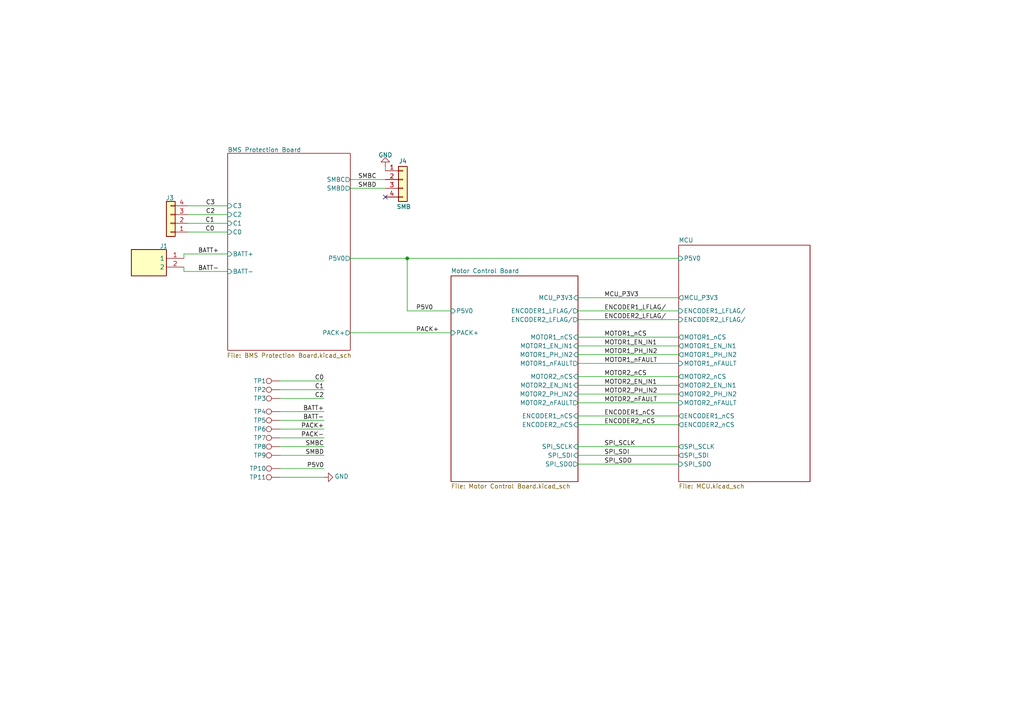
<source format=kicad_sch>
(kicad_sch (version 20250114) (generator "eeschema") (generator_version "9.0")
  (paper "A4")
  (lib_symbols
    (symbol "796739-2:796739-2"
      (property "Reference" "J" (at 16.51 7.62 0))
      (property "Value" "796739-2" (at 16.51 5.08 0))
      (symbol "796739-2_1_1"
        (rectangle (start 5.08 2.54) (end 15.24 -5.08) (stroke (width 0.254)) (fill (type background)))
        (pin passive line (at 0 0 0) (length 5.08) (name "1") (number "1"))
        (pin passive line (at 0 -2.54 0) (length 5.08) (name "2") (number "2"))
      )
    )
    (symbol "Connector:TestPoint" (pin_numbers (hide yes)) (pin_names (offset 0.762) (hide yes))
      (property "Reference" "TP" (at 0 6.858 0))
      (property "Value" "TestPoint" (at 0 5.08 0))
      (symbol "TestPoint_0_1"
        (circle (center 0 3.302) (radius 0.762))
      )
      (symbol "TestPoint_1_1"
        (pin passive line (at 0 0 90) (length 2.54) (name "1") (number "1"))
      )
    )
    (symbol "Connector_Generic:Conn_01x04" (pin_names (offset 1.016) (hide yes))
      (property "Reference" "J" (at 0 5.08 0))
      (property "Value" "Conn_01x04" (at 0 -7.62 0))
      (symbol "Conn_01x04_1_1"
        (rectangle (start -1.27 3.81) (end 1.27 -6.35) (stroke (width 0.254)) (fill (type background)))
        (rectangle (start -1.27 2.667) (end 0 2.413) (stroke (width 0.1524)))
        (rectangle (start -1.27 0.127) (end 0 -0.127) (stroke (width 0.1524)))
        (rectangle (start -1.27 -2.413) (end 0 -2.667) (stroke (width 0.1524)))
        (rectangle (start -1.27 -4.953) (end 0 -5.207) (stroke (width 0.1524)))
        (pin passive line (at -5.08 2.54 0) (length 3.81) (name "Pin_1") (number "1"))
        (pin passive line (at -5.08 0 0) (length 3.81) (name "Pin_2") (number "2"))
        (pin passive line (at -5.08 -2.54 0) (length 3.81) (name "Pin_3") (number "3"))
        (pin passive line (at -5.08 -5.08 0) (length 3.81) (name "Pin_4") (number "4"))
      )
    )
    (symbol "power:GND" (power) (pin_numbers (hide yes)) (pin_names (offset 0) (hide yes))
      (property "Value" "GND" (at 0 -3.81 0))
      (symbol "GND_0_1"
        (polyline (pts (xy 0 0) (xy 0 -1.27) (xy 1.27 -1.27) (xy 0 -2.54) (xy -1.27 -1.27) (xy 0 -1.27)))
      )
      (symbol "GND_1_1"
        (pin power_in line (at 0 0 270) (length 0) (name "~") (number "1"))
      )
    )
  )
  (junction (at 118.11 74.93))
  (no_connect (at 111.76 57.15))
  (wire (pts (xy 81.28 110.49) (xy 93.98 110.49)))
  (wire (pts (xy 53.34 73.66) (xy 66.04 73.66)))
  (wire (pts (xy 81.28 115.57) (xy 93.98 115.57)))
  (wire (pts (xy 167.64 134.62) (xy 196.85 134.62)))
  (wire (pts (xy 53.34 73.66) (xy 53.34 74.93)))
  (wire (pts (xy 167.64 86.36) (xy 196.85 86.36)))
  (wire (pts (xy 81.28 121.92) (xy 93.98 121.92)))
  (wire (pts (xy 167.64 97.79) (xy 196.85 97.79)))
  (wire (pts (xy 167.64 102.87) (xy 196.85 102.87)))
  (wire (pts (xy 54.61 59.69) (xy 66.04 59.69)))
  (wire (pts (xy 101.6 96.52) (xy 130.81 96.52)))
  (wire (pts (xy 101.6 54.61) (xy 111.76 54.61)))
  (wire (pts (xy 118.11 90.17) (xy 130.81 90.17)))
  (wire (pts (xy 167.64 116.84) (xy 196.85 116.84)))
  (wire (pts (xy 167.64 114.3) (xy 196.85 114.3)))
  (wire (pts (xy 93.98 135.89) (xy 81.28 135.89)))
  (wire (pts (xy 167.64 100.33) (xy 196.85 100.33)))
  (wire (pts (xy 167.64 123.19) (xy 196.85 123.19)))
  (wire (pts (xy 167.64 92.71) (xy 196.85 92.71)))
  (wire (pts (xy 167.64 90.17) (xy 196.85 90.17)))
  (wire (pts (xy 93.98 138.43) (xy 81.28 138.43)))
  (wire (pts (xy 118.11 74.93) (xy 118.11 90.17)))
  (wire (pts (xy 167.64 105.41) (xy 196.85 105.41)))
  (wire (pts (xy 81.28 127) (xy 93.98 127)))
  (wire (pts (xy 167.64 111.76) (xy 196.85 111.76)))
  (wire (pts (xy 81.28 113.03) (xy 93.98 113.03)))
  (wire (pts (xy 101.6 52.07) (xy 111.76 52.07)))
  (wire (pts (xy 167.64 109.22) (xy 196.85 109.22)))
  (wire (pts (xy 118.11 74.93) (xy 196.85 74.93)))
  (wire (pts (xy 54.61 64.77) (xy 66.04 64.77)))
  (wire (pts (xy 111.76 48.26) (xy 111.76 49.53)))
  (wire (pts (xy 81.28 132.08) (xy 93.98 132.08)))
  (wire (pts (xy 81.28 124.46) (xy 93.98 124.46)))
  (wire (pts (xy 53.34 77.47) (xy 53.34 78.74)))
  (wire (pts (xy 53.34 78.74) (xy 66.04 78.74)))
  (wire (pts (xy 81.28 119.38) (xy 93.98 119.38)))
  (wire (pts (xy 54.61 62.23) (xy 66.04 62.23)))
  (wire (pts (xy 167.64 120.65) (xy 196.85 120.65)))
  (wire (pts (xy 54.61 67.31) (xy 66.04 67.31)))
  (wire (pts (xy 81.28 129.54) (xy 93.98 129.54)))
  (wire (pts (xy 167.64 129.54) (xy 196.85 129.54)))
  (wire (pts (xy 167.64 132.08) (xy 196.85 132.08)))
  (wire (pts (xy 101.6 74.93) (xy 118.11 74.93)))
  (label "MOTOR2_nCS" (at 175.26 109.22 0))
  (label "C1" (at 62.23 64.77 180))
  (label "BATT-" (at 63.5 78.74 180) (effects (font (thickness 0.1588))))
  (label "C2" (at 93.98 115.57 180))
  (label "MOTOR1_EN_IN1" (at 175.26 100.33 0))
  (label "BATT+" (at 63.5 73.66 180) (effects (font (thickness 0.1588))))
  (label "MOTOR2_PH_IN2" (at 175.26 114.3 0))
  (label "SPI_SDI" (at 175.26 132.08 0))
  (label "SMBD" (at 93.98 132.08 180))
  (label "MOTOR1_PH_IN2" (at 175.26 102.87 0))
  (label "C0" (at 93.98 110.49 180))
  (label "BATT+" (at 93.98 119.38 180) (effects (font (thickness 0.1588))))
  (label "SMBC" (at 109.22 52.07 180))
  (label "MOTOR1_nFAULT" (at 175.26 105.41 0))
  (label "SMBC" (at 93.98 129.54 180))
  (label "PACK+" (at 93.98 124.46 180) (effects (font (thickness 0.1588))))
  (label "MOTOR2_EN_IN1" (at 175.26 111.76 0))
  (label "C0" (at 62.23 67.31 180))
  (label "PACK-" (at 93.98 127 180) (effects (font (thickness 0.1588))))
  (label "SPI_SCLK" (at 175.26 129.54 0))
  (label "MOTOR1_nCS" (at 175.26 97.79 0))
  (label "SMBD" (at 109.22 54.61 180))
  (label "P5V0" (at 120.65 90.17 0))
  (label "ENCODER2_LFLAG{slash}" (at 175.26 92.71 0))
  (label "SPI_SDO" (at 175.26 134.62 0))
  (label "ENCODER2_nCS" (at 175.26 123.19 0))
  (label "P5V0" (at 93.98 135.89 180))
  (label "MCU_P3V3" (at 175.26 86.36 0))
  (label "C2" (at 59.69 62.23 0))
  (label "PACK+" (at 120.65 96.52 0))
  (label "ENCODER1_LFLAG{slash}" (at 175.26 90.17 0))
  (label "MOTOR2_nFAULT" (at 175.26 116.84 0))
  (label "C3" (at 59.69 59.69 0))
  (label "C1" (at 93.98 113.03 180))
  (label "BATT-" (at 93.98 121.92 180) (effects (font (thickness 0.1588))))
  (label "ENCODER1_nCS" (at 175.26 120.65 0))
  (symbol (lib_id "power:GND") (at 93.98 138.43 90) (unit 1)
    (property "Reference" "#PWR01" (effects (hide yes)))
    (property "Value" "GND" (at 97.028 138.176 90) (effects (justify right)))
    (property "Description" "Power symbol creates a global label with name \"GND\" , ground" (effects (hide yes)))
  )
  (symbol (lib_id "796739-2:796739-2") (at 53.34 74.93 0) (mirror y) (unit 1)
    (property "Reference" "J1" (at 47.498 71.374 0))
    (property "Value" "796739-2" (effects (hide yes)))
    (property "Footprint" "7967392" (effects (hide yes)))
    (property "Datasheet" "https://www.te.com/commerce/DocumentDelivery/DDEController?Action=srchrtrv&DocNm=1-1773458-1_EURO_STYLE_QRG&DocType=Data%20Sheet&DocLang=English&PartCntxt=796739-2&DocFormat=pdf" (effects (hide yes)))
    (property "Description" "Body Features: Product Orientation Vertical | Primary Product Color Green | Configuration Features: Wire Entry Angle 90 | Stacked Levels Without | Number of Positions 2 | Number of Rows 1 | Wire Entry Location Side | Contact Features: Contact Base Material Brass | Contact Current Rating (Max) 30 AMP | Contact Mating Area Plating Material Tin | Dimensions: Wire Size .05  5.26 MMSQ | Wire Size 30  10 AWG | Electrical Characteristics: Operating Voltage 600 VAC | Housing Features: Housing Material PA 66" (effects (hide yes)))
    (property "Height" "21.7" (effects (hide yes)))
    (property "Mouser Part Number" "571-796739-2" (effects (hide yes)))
    (property "Mouser Price/Stock" "https://www.mouser.co.uk/ProductDetail/TE-Connectivity/796739-2?qs=DUs9f6OUnucjHXAXMBymqQ%3D%3D" (effects (hide yes)))
    (property "Manufacturer_Name" "TE Connectivity" (effects (hide yes)))
    (property "Manufacturer_Part_Number" "796739-2" (effects (hide yes)))
  )
  (symbol (lib_id "Connector:TestPoint") (at 81.28 115.57 90) (unit 1)
    (property "Reference" "TP3" (at 77.216 115.57 90) (effects (justify left)))
    (property "Value" "TestPoint" (effects (hide yes)))
    (property "Description" "test point" (effects (hide yes)))
  )
  (symbol (lib_id "Connector:TestPoint") (at 81.28 129.54 90) (unit 1)
    (property "Reference" "TP8" (at 77.216 129.54 90) (effects (justify left)))
    (property "Value" "TestPoint" (effects (hide yes)))
    (property "Description" "test point" (effects (hide yes)))
  )
  (symbol (lib_id "Connector:TestPoint") (at 81.28 135.89 90) (unit 1)
    (property "Reference" "TP10" (at 77.216 135.89 90) (effects (justify left)))
    (property "Value" "TestPoint" (effects (hide yes)))
    (property "Description" "test point" (effects (hide yes)))
  )
  (symbol (lib_id "Connector:TestPoint") (at 81.28 119.38 90) (unit 1)
    (property "Reference" "TP4" (at 77.216 119.38 90) (effects (justify left)))
    (property "Value" "TestPoint" (effects (hide yes)))
    (property "Description" "test point" (effects (hide yes)))
  )
  (symbol (lib_id "Connector:TestPoint") (at 81.28 127 90) (unit 1)
    (property "Reference" "TP7" (at 77.216 127 90) (effects (justify left)))
    (property "Value" "TestPoint" (effects (hide yes)))
    (property "Description" "test point" (effects (hide yes)))
  )
  (symbol (lib_id "Connector:TestPoint") (at 81.28 113.03 90) (unit 1)
    (property "Reference" "TP2" (at 77.216 113.03 90) (effects (justify left)))
    (property "Value" "TestPoint" (effects (hide yes)))
    (property "Description" "test point" (effects (hide yes)))
  )
  (symbol (lib_id "power:GND") (at 111.76 48.26 180) (unit 1)
    (property "Reference" "#PWR02" (effects (hide yes)))
    (property "Value" "GND" (at 109.728 44.958 0) (effects (justify right)))
    (property "Description" "Power symbol creates a global label with name \"GND\" , ground" (effects (hide yes)))
  )
  (symbol (lib_id "Connector:TestPoint") (at 81.28 110.49 90) (unit 1)
    (property "Reference" "TP1" (at 77.216 110.49 90) (effects (justify left)))
    (property "Value" "TestPoint" (effects (hide yes)))
    (property "Description" "test point" (effects (hide yes)))
  )
  (symbol (lib_id "Connector:TestPoint") (at 81.28 124.46 90) (unit 1)
    (property "Reference" "TP6" (at 77.216 124.46 90) (effects (justify left)))
    (property "Value" "TestPoint" (effects (hide yes)))
    (property "Description" "test point" (effects (hide yes)))
  )
  (symbol (lib_id "Connector_Generic:Conn_01x04") (at 49.53 64.77 180) (unit 1)
    (property "Reference" "J3" (at 49.276 57.404 0))
    (property "Value" "Conn_01x04" (effects (hide yes)))
    (property "Footprint" "Connector_PinHeader_2.54mm:PinHeader_1x04_P2.54mm_Vertical" (effects (hide yes)))
    (property "Description" "Generic connector, single row, 01x04, script generated (kicad-library-utils/schlib/autogen/connector/)" (effects (hide yes)))
  )
  (symbol (lib_id "Connector:TestPoint") (at 81.28 138.43 90) (unit 1)
    (property "Reference" "TP11" (at 77.216 138.43 90) (effects (justify left)))
    (property "Value" "TestPoint" (effects (hide yes)))
    (property "Description" "test point" (effects (hide yes)))
  )
  (symbol (lib_id "Connector:TestPoint") (at 81.28 132.08 90) (unit 1)
    (property "Reference" "TP9" (at 77.216 132.08 90) (effects (justify left)))
    (property "Value" "TestPoint" (effects (hide yes)))
    (property "Description" "test point" (effects (hide yes)))
  )
  (symbol (lib_id "Connector_Generic:Conn_01x04") (at 116.84 52.07 0) (unit 1)
    (property "Reference" "J4" (at 116.84 46.736 0))
    (property "Value" "SMB" (at 117.094 59.944 0))
    (property "Footprint" "Connector_PinHeader_2.54mm:PinHeader_1x04_P2.54mm_Vertical" (effects (hide yes)))
    (property "Description" "Generic connector, single row, 01x04, script generated (kicad-library-utils/schlib/autogen/connector/)" (effects (hide yes)))
  )
  (symbol (lib_id "Connector:TestPoint") (at 81.28 121.92 90) (unit 1)
    (property "Reference" "TP5" (at 77.216 121.92 90) (effects (justify left)))
    (property "Value" "TestPoint" (effects (hide yes)))
    (property "Description" "test point" (effects (hide yes)))
  )
  (sheet (at 66.04 44.45) (size 35.56 57.15) (stroke (width 0.1524))
    (property "Sheetname" "BMS Protection Board" (at 66.04 44.196 0) (effects (justify left bottom)))
    (property "Sheetfile" "BMS Protection Board.kicad_sch" (at 65.786 102.362 0) (effects (justify left top)))
    (pin "C1" input (at 66.04 64.77 180))
    (pin "C2" input (at 66.04 62.23 180))
    (pin "C0" input (at 66.04 67.31 180))
    (pin "C3" input (at 66.04 59.69 180))
    (pin "BATT-" input (at 66.04 78.74 180))
    (pin "BATT+" input (at 66.04 73.66 180))
    (pin "SMBC" output (at 101.6 52.07 0))
    (pin "SMBD" output (at 101.6 54.61 0))
    (pin "P5V0" output (at 101.6 74.93 0))
    (pin "PACK+" output (at 101.6 96.52 0))
  )
  (sheet (at 196.85 71.12) (size 38.1 68.58) (stroke (width 0.1524))
    (property "Sheetname" "MCU" (at 196.85 70.4084 0) (effects (justify left bottom)))
    (property "Sheetfile" "MCU.kicad_sch" (at 196.85 140.2846 0) (effects (justify left top)))
    (pin "P5V0" input (at 196.85 74.93 180))
    (pin "MCU_P3V3" output (at 196.85 86.36 180))
    (pin "ENCODER1_nCS" output (at 196.85 120.65 180))
    (pin "ENCODER2_nCS" output (at 196.85 123.19 180))
    (pin "MOTOR1_EN_IN1" output (at 196.85 100.33 180))
    (pin "MOTOR1_nCS" output (at 196.85 97.79 180))
    (pin "MOTOR1_PH_IN2" output (at 196.85 102.87 180))
    (pin "MOTOR2_EN_IN1" output (at 196.85 111.76 180))
    (pin "MOTOR2_nCS" output (at 196.85 109.22 180))
    (pin "MOTOR2_PH_IN2" output (at 196.85 114.3 180))
    (pin "SPI_SCLK" output (at 196.85 129.54 180))
    (pin "SPI_SDI" output (at 196.85 132.08 180))
    (pin "SPI_SDO" input (at 196.85 134.62 180))
    (pin "ENCODER1_LFLAG{slash}" input (at 196.85 90.17 180))
    (pin "ENCODER2_LFLAG{slash}" input (at 196.85 92.71 180))
    (pin "MOTOR1_nFAULT" input (at 196.85 105.41 180))
    (pin "MOTOR2_nFAULT" input (at 196.85 116.84 180))
  )
  (sheet (at 130.81 80.01) (size 36.83 59.69) (stroke (width 0.1524))
    (property "Sheetname" "Motor Control Board" (at 130.81 79.2984 0) (effects (justify left bottom)))
    (property "Sheetfile" "Motor Control Board.kicad_sch" (at 130.81 140.2846 0) (effects (justify left top)))
    (pin "PACK+" input (at 130.81 96.52 180))
    (pin "MCU_P3V3" input (at 167.64 86.36 0))
    (pin "P5V0" input (at 130.81 90.17 180))
    (pin "SPI_SDI" input (at 167.64 132.08 0))
    (pin "SPI_SCLK" input (at 167.64 129.54 0))
    (pin "SPI_SDO" output (at 167.64 134.62 0))
    (pin "ENCODER1_nCS" input (at 167.64 120.65 0))
    (pin "ENCODER2_nCS" input (at 167.64 123.19 0))
    (pin "ENCODER1_LFLAG{slash}" output (at 167.64 90.17 0))
    (pin "ENCODER2_LFLAG{slash}" output (at 167.64 92.71 0))
    (pin "MOTOR1_EN_IN1" input (at 167.64 100.33 0))
    (pin "MOTOR1_nCS" input (at 167.64 97.79 0))
    (pin "MOTOR1_nFAULT" output (at 167.64 105.41 0))
    (pin "MOTOR1_PH_IN2" input (at 167.64 102.87 0))
    (pin "MOTOR2_EN_IN1" input (at 167.64 111.76 0))
    (pin "MOTOR2_nCS" input (at 167.64 109.22 0))
    (pin "MOTOR2_nFAULT" output (at 167.64 116.84 0))
    (pin "MOTOR2_PH_IN2" input (at 167.64 114.3 0))
  )
)
</source>
